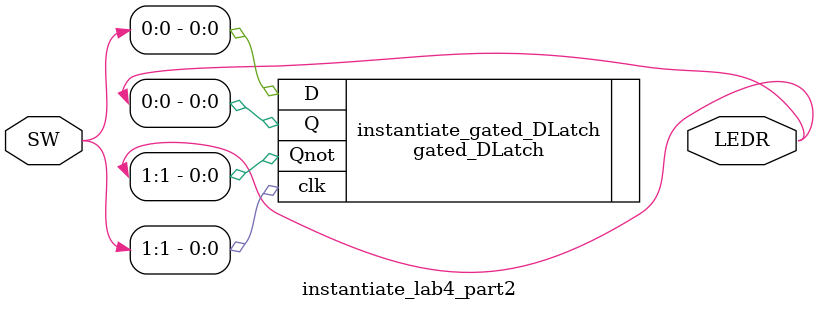
<source format=v>
module instantiate_lab4_part2(SW,LEDR);
 
	input[9:0] SW ;
	output [9:0] LEDR;

	gated_DLatch instantiate_gated_DLatch (
	.clk(SW[1]), 
	.D(SW[0]), 
	.Q(LEDR[0]), 
	.Qnot(LEDR[1]));
	
endmodule
</source>
